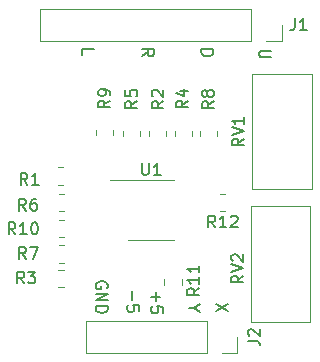
<source format=gbr>
%TF.GenerationSoftware,KiCad,Pcbnew,(6.0.11-0)*%
%TF.CreationDate,2023-02-13T11:24:02+01:00*%
%TF.ProjectId,vectrex_joystick,76656374-7265-4785-9f6a-6f7973746963,rev?*%
%TF.SameCoordinates,Original*%
%TF.FileFunction,Legend,Top*%
%TF.FilePolarity,Positive*%
%FSLAX46Y46*%
G04 Gerber Fmt 4.6, Leading zero omitted, Abs format (unit mm)*
G04 Created by KiCad (PCBNEW (6.0.11-0)) date 2023-02-13 11:24:02*
%MOMM*%
%LPD*%
G01*
G04 APERTURE LIST*
%ADD10C,0.150000*%
%ADD11C,0.120000*%
G04 APERTURE END LIST*
D10*
X75976219Y-98531323D02*
X75976219Y-98055133D01*
X76976219Y-98055133D01*
X81030819Y-98658323D02*
X81507009Y-98324990D01*
X81030819Y-98086895D02*
X82030819Y-98086895D01*
X82030819Y-98467847D01*
X81983200Y-98563085D01*
X81935580Y-98610704D01*
X81840342Y-98658323D01*
X81697485Y-98658323D01*
X81602247Y-98610704D01*
X81554628Y-98563085D01*
X81507009Y-98467847D01*
X81507009Y-98086895D01*
X86060019Y-98086895D02*
X87060019Y-98086895D01*
X87060019Y-98324990D01*
X87012400Y-98467847D01*
X86917161Y-98563085D01*
X86821923Y-98610704D01*
X86631447Y-98658323D01*
X86488590Y-98658323D01*
X86298114Y-98610704D01*
X86202876Y-98563085D01*
X86107638Y-98467847D01*
X86060019Y-98324990D01*
X86060019Y-98086895D01*
X91962219Y-98190085D02*
X91152695Y-98190085D01*
X91057457Y-98237704D01*
X91009838Y-98285323D01*
X90962219Y-98380561D01*
X90962219Y-98571038D01*
X91009838Y-98666276D01*
X91057457Y-98713895D01*
X91152695Y-98761514D01*
X91962219Y-98761514D01*
X78071600Y-118287895D02*
X78119219Y-118192657D01*
X78119219Y-118049800D01*
X78071600Y-117906942D01*
X77976361Y-117811704D01*
X77881123Y-117764085D01*
X77690647Y-117716466D01*
X77547790Y-117716466D01*
X77357314Y-117764085D01*
X77262076Y-117811704D01*
X77166838Y-117906942D01*
X77119219Y-118049800D01*
X77119219Y-118145038D01*
X77166838Y-118287895D01*
X77214457Y-118335514D01*
X77547790Y-118335514D01*
X77547790Y-118145038D01*
X77119219Y-118764085D02*
X78119219Y-118764085D01*
X77119219Y-119335514D01*
X78119219Y-119335514D01*
X77119219Y-119811704D02*
X78119219Y-119811704D01*
X78119219Y-120049800D01*
X78071600Y-120192657D01*
X77976361Y-120287895D01*
X77881123Y-120335514D01*
X77690647Y-120383133D01*
X77547790Y-120383133D01*
X77357314Y-120335514D01*
X77262076Y-120287895D01*
X77166838Y-120192657D01*
X77119219Y-120049800D01*
X77119219Y-119811704D01*
X80141771Y-118522857D02*
X80141771Y-119284761D01*
X80760819Y-120237142D02*
X80760819Y-119760952D01*
X80284628Y-119713333D01*
X80332247Y-119760952D01*
X80379866Y-119856190D01*
X80379866Y-120094285D01*
X80332247Y-120189523D01*
X80284628Y-120237142D01*
X80189390Y-120284761D01*
X79951295Y-120284761D01*
X79856057Y-120237142D01*
X79808438Y-120189523D01*
X79760819Y-120094285D01*
X79760819Y-119856190D01*
X79808438Y-119760952D01*
X79856057Y-119713333D01*
X82173771Y-118649857D02*
X82173771Y-119411761D01*
X81792819Y-119030809D02*
X82554723Y-119030809D01*
X82792819Y-120364142D02*
X82792819Y-119887952D01*
X82316628Y-119840333D01*
X82364247Y-119887952D01*
X82411866Y-119983190D01*
X82411866Y-120221285D01*
X82364247Y-120316523D01*
X82316628Y-120364142D01*
X82221390Y-120411761D01*
X81983295Y-120411761D01*
X81888057Y-120364142D01*
X81840438Y-120316523D01*
X81792819Y-120221285D01*
X81792819Y-119983190D01*
X81840438Y-119887952D01*
X81888057Y-119840333D01*
X85444009Y-119964200D02*
X84967819Y-119964200D01*
X85967819Y-119630866D02*
X85444009Y-119964200D01*
X85967819Y-120297533D01*
X87310980Y-120272133D02*
X88310980Y-119605466D01*
X87310980Y-119605466D02*
X88310980Y-120272133D01*
%TO.C,R4*%
X84932780Y-102427066D02*
X84456590Y-102760400D01*
X84932780Y-102998495D02*
X83932780Y-102998495D01*
X83932780Y-102617542D01*
X83980400Y-102522304D01*
X84028019Y-102474685D01*
X84123257Y-102427066D01*
X84266114Y-102427066D01*
X84361352Y-102474685D01*
X84408971Y-102522304D01*
X84456590Y-102617542D01*
X84456590Y-102998495D01*
X84266114Y-101569923D02*
X84932780Y-101569923D01*
X83885161Y-101808019D02*
X84599447Y-102046114D01*
X84599447Y-101427066D01*
%TO.C,R3*%
X71054933Y-117901980D02*
X70721600Y-117425790D01*
X70483504Y-117901980D02*
X70483504Y-116901980D01*
X70864457Y-116901980D01*
X70959695Y-116949600D01*
X71007314Y-116997219D01*
X71054933Y-117092457D01*
X71054933Y-117235314D01*
X71007314Y-117330552D01*
X70959695Y-117378171D01*
X70864457Y-117425790D01*
X70483504Y-117425790D01*
X71388266Y-116901980D02*
X72007314Y-116901980D01*
X71673980Y-117282933D01*
X71816838Y-117282933D01*
X71912076Y-117330552D01*
X71959695Y-117378171D01*
X72007314Y-117473409D01*
X72007314Y-117711504D01*
X71959695Y-117806742D01*
X71912076Y-117854361D01*
X71816838Y-117901980D01*
X71531123Y-117901980D01*
X71435885Y-117854361D01*
X71388266Y-117806742D01*
%TO.C,RV1*%
X89654780Y-105639638D02*
X89178590Y-105972971D01*
X89654780Y-106211066D02*
X88654780Y-106211066D01*
X88654780Y-105830114D01*
X88702400Y-105734876D01*
X88750019Y-105687257D01*
X88845257Y-105639638D01*
X88988114Y-105639638D01*
X89083352Y-105687257D01*
X89130971Y-105734876D01*
X89178590Y-105830114D01*
X89178590Y-106211066D01*
X88654780Y-105353923D02*
X89654780Y-105020590D01*
X88654780Y-104687257D01*
X89654780Y-103830114D02*
X89654780Y-104401542D01*
X89654780Y-104115828D02*
X88654780Y-104115828D01*
X88797638Y-104211066D01*
X88892876Y-104306304D01*
X88940495Y-104401542D01*
%TO.C,R8*%
X87117180Y-102477866D02*
X86640990Y-102811200D01*
X87117180Y-103049295D02*
X86117180Y-103049295D01*
X86117180Y-102668342D01*
X86164800Y-102573104D01*
X86212419Y-102525485D01*
X86307657Y-102477866D01*
X86450514Y-102477866D01*
X86545752Y-102525485D01*
X86593371Y-102573104D01*
X86640990Y-102668342D01*
X86640990Y-103049295D01*
X86545752Y-101906438D02*
X86498133Y-102001676D01*
X86450514Y-102049295D01*
X86355276Y-102096914D01*
X86307657Y-102096914D01*
X86212419Y-102049295D01*
X86164800Y-102001676D01*
X86117180Y-101906438D01*
X86117180Y-101715961D01*
X86164800Y-101620723D01*
X86212419Y-101573104D01*
X86307657Y-101525485D01*
X86355276Y-101525485D01*
X86450514Y-101573104D01*
X86498133Y-101620723D01*
X86545752Y-101715961D01*
X86545752Y-101906438D01*
X86593371Y-102001676D01*
X86640990Y-102049295D01*
X86736228Y-102096914D01*
X86926704Y-102096914D01*
X87021942Y-102049295D01*
X87069561Y-102001676D01*
X87117180Y-101906438D01*
X87117180Y-101715961D01*
X87069561Y-101620723D01*
X87021942Y-101573104D01*
X86926704Y-101525485D01*
X86736228Y-101525485D01*
X86640990Y-101573104D01*
X86593371Y-101620723D01*
X86545752Y-101715961D01*
%TO.C,R11*%
X85872580Y-118295657D02*
X85396390Y-118628990D01*
X85872580Y-118867085D02*
X84872580Y-118867085D01*
X84872580Y-118486133D01*
X84920200Y-118390895D01*
X84967819Y-118343276D01*
X85063057Y-118295657D01*
X85205914Y-118295657D01*
X85301152Y-118343276D01*
X85348771Y-118390895D01*
X85396390Y-118486133D01*
X85396390Y-118867085D01*
X85872580Y-117343276D02*
X85872580Y-117914704D01*
X85872580Y-117628990D02*
X84872580Y-117628990D01*
X85015438Y-117724228D01*
X85110676Y-117819466D01*
X85158295Y-117914704D01*
X85872580Y-116390895D02*
X85872580Y-116962323D01*
X85872580Y-116676609D02*
X84872580Y-116676609D01*
X85015438Y-116771847D01*
X85110676Y-116867085D01*
X85158295Y-116962323D01*
%TO.C,R10*%
X70299342Y-113736380D02*
X69966009Y-113260190D01*
X69727914Y-113736380D02*
X69727914Y-112736380D01*
X70108866Y-112736380D01*
X70204104Y-112784000D01*
X70251723Y-112831619D01*
X70299342Y-112926857D01*
X70299342Y-113069714D01*
X70251723Y-113164952D01*
X70204104Y-113212571D01*
X70108866Y-113260190D01*
X69727914Y-113260190D01*
X71251723Y-113736380D02*
X70680295Y-113736380D01*
X70966009Y-113736380D02*
X70966009Y-112736380D01*
X70870771Y-112879238D01*
X70775533Y-112974476D01*
X70680295Y-113022095D01*
X71870771Y-112736380D02*
X71966009Y-112736380D01*
X72061247Y-112784000D01*
X72108866Y-112831619D01*
X72156485Y-112926857D01*
X72204104Y-113117333D01*
X72204104Y-113355428D01*
X72156485Y-113545904D01*
X72108866Y-113641142D01*
X72061247Y-113688761D01*
X71966009Y-113736380D01*
X71870771Y-113736380D01*
X71775533Y-113688761D01*
X71727914Y-113641142D01*
X71680295Y-113545904D01*
X71632676Y-113355428D01*
X71632676Y-113117333D01*
X71680295Y-112926857D01*
X71727914Y-112831619D01*
X71775533Y-112784000D01*
X71870771Y-112736380D01*
%TO.C,RV2*%
X89606380Y-117232038D02*
X89130190Y-117565371D01*
X89606380Y-117803466D02*
X88606380Y-117803466D01*
X88606380Y-117422514D01*
X88654000Y-117327276D01*
X88701619Y-117279657D01*
X88796857Y-117232038D01*
X88939714Y-117232038D01*
X89034952Y-117279657D01*
X89082571Y-117327276D01*
X89130190Y-117422514D01*
X89130190Y-117803466D01*
X88606380Y-116946323D02*
X89606380Y-116612990D01*
X88606380Y-116279657D01*
X88701619Y-115993942D02*
X88654000Y-115946323D01*
X88606380Y-115851085D01*
X88606380Y-115612990D01*
X88654000Y-115517752D01*
X88701619Y-115470133D01*
X88796857Y-115422514D01*
X88892095Y-115422514D01*
X89034952Y-115470133D01*
X89606380Y-116041561D01*
X89606380Y-115422514D01*
%TO.C,R12*%
X87225142Y-113151180D02*
X86891809Y-112674990D01*
X86653714Y-113151180D02*
X86653714Y-112151180D01*
X87034666Y-112151180D01*
X87129904Y-112198800D01*
X87177523Y-112246419D01*
X87225142Y-112341657D01*
X87225142Y-112484514D01*
X87177523Y-112579752D01*
X87129904Y-112627371D01*
X87034666Y-112674990D01*
X86653714Y-112674990D01*
X88177523Y-113151180D02*
X87606095Y-113151180D01*
X87891809Y-113151180D02*
X87891809Y-112151180D01*
X87796571Y-112294038D01*
X87701333Y-112389276D01*
X87606095Y-112436895D01*
X88558476Y-112246419D02*
X88606095Y-112198800D01*
X88701333Y-112151180D01*
X88939428Y-112151180D01*
X89034666Y-112198800D01*
X89082285Y-112246419D01*
X89129904Y-112341657D01*
X89129904Y-112436895D01*
X89082285Y-112579752D01*
X88510857Y-113151180D01*
X89129904Y-113151180D01*
%TO.C,J2*%
X90004780Y-122761333D02*
X90719066Y-122761333D01*
X90861923Y-122808952D01*
X90957161Y-122904190D01*
X91004780Y-123047047D01*
X91004780Y-123142285D01*
X90100019Y-122332761D02*
X90052400Y-122285142D01*
X90004780Y-122189904D01*
X90004780Y-121951809D01*
X90052400Y-121856571D01*
X90100019Y-121808952D01*
X90195257Y-121761333D01*
X90290495Y-121761333D01*
X90433352Y-121808952D01*
X91004780Y-122380380D01*
X91004780Y-121761333D01*
%TO.C,R2*%
X82849980Y-102445866D02*
X82373790Y-102779200D01*
X82849980Y-103017295D02*
X81849980Y-103017295D01*
X81849980Y-102636342D01*
X81897600Y-102541104D01*
X81945219Y-102493485D01*
X82040457Y-102445866D01*
X82183314Y-102445866D01*
X82278552Y-102493485D01*
X82326171Y-102541104D01*
X82373790Y-102636342D01*
X82373790Y-103017295D01*
X81945219Y-102064914D02*
X81897600Y-102017295D01*
X81849980Y-101922057D01*
X81849980Y-101683961D01*
X81897600Y-101588723D01*
X81945219Y-101541104D01*
X82040457Y-101493485D01*
X82135695Y-101493485D01*
X82278552Y-101541104D01*
X82849980Y-102112533D01*
X82849980Y-101493485D01*
%TO.C,U1*%
X81026095Y-107710780D02*
X81026095Y-108520304D01*
X81073714Y-108615542D01*
X81121333Y-108663161D01*
X81216571Y-108710780D01*
X81407047Y-108710780D01*
X81502285Y-108663161D01*
X81549904Y-108615542D01*
X81597523Y-108520304D01*
X81597523Y-107710780D01*
X82597523Y-108710780D02*
X82026095Y-108710780D01*
X82311809Y-108710780D02*
X82311809Y-107710780D01*
X82216571Y-107853638D01*
X82121333Y-107948876D01*
X82026095Y-107996495D01*
%TO.C,R5*%
X80614780Y-102445866D02*
X80138590Y-102779200D01*
X80614780Y-103017295D02*
X79614780Y-103017295D01*
X79614780Y-102636342D01*
X79662400Y-102541104D01*
X79710019Y-102493485D01*
X79805257Y-102445866D01*
X79948114Y-102445866D01*
X80043352Y-102493485D01*
X80090971Y-102541104D01*
X80138590Y-102636342D01*
X80138590Y-103017295D01*
X79614780Y-101541104D02*
X79614780Y-102017295D01*
X80090971Y-102064914D01*
X80043352Y-102017295D01*
X79995733Y-101922057D01*
X79995733Y-101683961D01*
X80043352Y-101588723D01*
X80090971Y-101541104D01*
X80186209Y-101493485D01*
X80424304Y-101493485D01*
X80519542Y-101541104D01*
X80567161Y-101588723D01*
X80614780Y-101683961D01*
X80614780Y-101922057D01*
X80567161Y-102017295D01*
X80519542Y-102064914D01*
%TO.C,R9*%
X78328780Y-102411066D02*
X77852590Y-102744400D01*
X78328780Y-102982495D02*
X77328780Y-102982495D01*
X77328780Y-102601542D01*
X77376400Y-102506304D01*
X77424019Y-102458685D01*
X77519257Y-102411066D01*
X77662114Y-102411066D01*
X77757352Y-102458685D01*
X77804971Y-102506304D01*
X77852590Y-102601542D01*
X77852590Y-102982495D01*
X78328780Y-101934876D02*
X78328780Y-101744400D01*
X78281161Y-101649161D01*
X78233542Y-101601542D01*
X78090685Y-101506304D01*
X77900209Y-101458685D01*
X77519257Y-101458685D01*
X77424019Y-101506304D01*
X77376400Y-101553923D01*
X77328780Y-101649161D01*
X77328780Y-101839638D01*
X77376400Y-101934876D01*
X77424019Y-101982495D01*
X77519257Y-102030114D01*
X77757352Y-102030114D01*
X77852590Y-101982495D01*
X77900209Y-101934876D01*
X77947828Y-101839638D01*
X77947828Y-101649161D01*
X77900209Y-101553923D01*
X77852590Y-101506304D01*
X77757352Y-101458685D01*
%TO.C,R7*%
X71207333Y-115819180D02*
X70874000Y-115342990D01*
X70635904Y-115819180D02*
X70635904Y-114819180D01*
X71016857Y-114819180D01*
X71112095Y-114866800D01*
X71159714Y-114914419D01*
X71207333Y-115009657D01*
X71207333Y-115152514D01*
X71159714Y-115247752D01*
X71112095Y-115295371D01*
X71016857Y-115342990D01*
X70635904Y-115342990D01*
X71540666Y-114819180D02*
X72207333Y-114819180D01*
X71778761Y-115819180D01*
%TO.C,R6*%
X71207333Y-111729780D02*
X70874000Y-111253590D01*
X70635904Y-111729780D02*
X70635904Y-110729780D01*
X71016857Y-110729780D01*
X71112095Y-110777400D01*
X71159714Y-110825019D01*
X71207333Y-110920257D01*
X71207333Y-111063114D01*
X71159714Y-111158352D01*
X71112095Y-111205971D01*
X71016857Y-111253590D01*
X70635904Y-111253590D01*
X72064476Y-110729780D02*
X71874000Y-110729780D01*
X71778761Y-110777400D01*
X71731142Y-110825019D01*
X71635904Y-110967876D01*
X71588285Y-111158352D01*
X71588285Y-111539304D01*
X71635904Y-111634542D01*
X71683523Y-111682161D01*
X71778761Y-111729780D01*
X71969238Y-111729780D01*
X72064476Y-111682161D01*
X72112095Y-111634542D01*
X72159714Y-111539304D01*
X72159714Y-111301209D01*
X72112095Y-111205971D01*
X72064476Y-111158352D01*
X71969238Y-111110733D01*
X71778761Y-111110733D01*
X71683523Y-111158352D01*
X71635904Y-111205971D01*
X71588285Y-111301209D01*
%TO.C,R1*%
X71334333Y-109545380D02*
X71001000Y-109069190D01*
X70762904Y-109545380D02*
X70762904Y-108545380D01*
X71143857Y-108545380D01*
X71239095Y-108593000D01*
X71286714Y-108640619D01*
X71334333Y-108735857D01*
X71334333Y-108878714D01*
X71286714Y-108973952D01*
X71239095Y-109021571D01*
X71143857Y-109069190D01*
X70762904Y-109069190D01*
X72286714Y-109545380D02*
X71715285Y-109545380D01*
X72001000Y-109545380D02*
X72001000Y-108545380D01*
X71905761Y-108688238D01*
X71810523Y-108783476D01*
X71715285Y-108831095D01*
%TO.C,J1*%
X93978266Y-95464380D02*
X93978266Y-96178666D01*
X93930647Y-96321523D01*
X93835409Y-96416761D01*
X93692552Y-96464380D01*
X93597314Y-96464380D01*
X94978266Y-96464380D02*
X94406838Y-96464380D01*
X94692552Y-96464380D02*
X94692552Y-95464380D01*
X94597314Y-95607238D01*
X94502076Y-95702476D01*
X94406838Y-95750095D01*
D11*
%TO.C,R4*%
X85266200Y-105417864D02*
X85266200Y-104963736D01*
X83796200Y-105417864D02*
X83796200Y-104963736D01*
%TO.C,R3*%
X73956936Y-118235400D02*
X74411064Y-118235400D01*
X73956936Y-116765400D02*
X74411064Y-116765400D01*
%TO.C,RV1*%
X90332400Y-100159400D02*
X95402400Y-100159400D01*
X90332400Y-109929400D02*
X90332400Y-100159400D01*
X90332400Y-109929400D02*
X95402400Y-109929400D01*
X95402400Y-109929400D02*
X95402400Y-100159400D01*
%TO.C,R8*%
X87399800Y-105417864D02*
X87399800Y-104963736D01*
X85929800Y-105417864D02*
X85929800Y-104963736D01*
%TO.C,R11*%
X82932600Y-118016264D02*
X82932600Y-117562136D01*
X84402600Y-118016264D02*
X84402600Y-117562136D01*
%TO.C,R10*%
X73975736Y-113968200D02*
X74429864Y-113968200D01*
X73975736Y-112498200D02*
X74429864Y-112498200D01*
%TO.C,RV2*%
X95290800Y-111355400D02*
X90220800Y-111355400D01*
X95290800Y-121125400D02*
X90220800Y-121125400D01*
X95290800Y-111355400D02*
X95290800Y-121125400D01*
X90220800Y-111355400D02*
X90220800Y-121125400D01*
%TO.C,R12*%
X88095064Y-111783800D02*
X87640936Y-111783800D01*
X88095064Y-110313800D02*
X87640936Y-110313800D01*
%TO.C,J2*%
X86512400Y-121098000D02*
X86512400Y-123758000D01*
X89112400Y-122428000D02*
X89112400Y-123758000D01*
X89112400Y-123758000D02*
X87782400Y-123758000D01*
X86512400Y-121098000D02*
X76292400Y-121098000D01*
X76292400Y-121098000D02*
X76292400Y-123758000D01*
X86512400Y-123758000D02*
X76292400Y-123758000D01*
%TO.C,R2*%
X83081800Y-105417864D02*
X83081800Y-104963736D01*
X81611800Y-105417864D02*
X81611800Y-104963736D01*
%TO.C,U1*%
X81788000Y-114218400D02*
X79838000Y-114218400D01*
X81788000Y-109098400D02*
X83738000Y-109098400D01*
X81788000Y-109098400D02*
X78338000Y-109098400D01*
X81788000Y-114218400D02*
X83738000Y-114218400D01*
%TO.C,R5*%
X79427400Y-104963736D02*
X79427400Y-105417864D01*
X80897400Y-104963736D02*
X80897400Y-105417864D01*
%TO.C,R9*%
X78611400Y-104878136D02*
X78611400Y-105332264D01*
X77141400Y-104878136D02*
X77141400Y-105332264D01*
%TO.C,R7*%
X74429864Y-114682600D02*
X73975736Y-114682600D01*
X74429864Y-116152600D02*
X73975736Y-116152600D01*
%TO.C,R6*%
X73962536Y-111783800D02*
X74416664Y-111783800D01*
X73962536Y-110313800D02*
X74416664Y-110313800D01*
%TO.C,R1*%
X74360264Y-108078600D02*
X73906136Y-108078600D01*
X74360264Y-109548600D02*
X73906136Y-109548600D01*
%TO.C,J1*%
X92871600Y-97342000D02*
X91541600Y-97342000D01*
X90271600Y-94682000D02*
X90271600Y-97342000D01*
X92871600Y-96012000D02*
X92871600Y-97342000D01*
X90271600Y-94682000D02*
X72431600Y-94682000D01*
X90271600Y-97342000D02*
X72431600Y-97342000D01*
X72431600Y-94682000D02*
X72431600Y-97342000D01*
%TD*%
M02*

</source>
